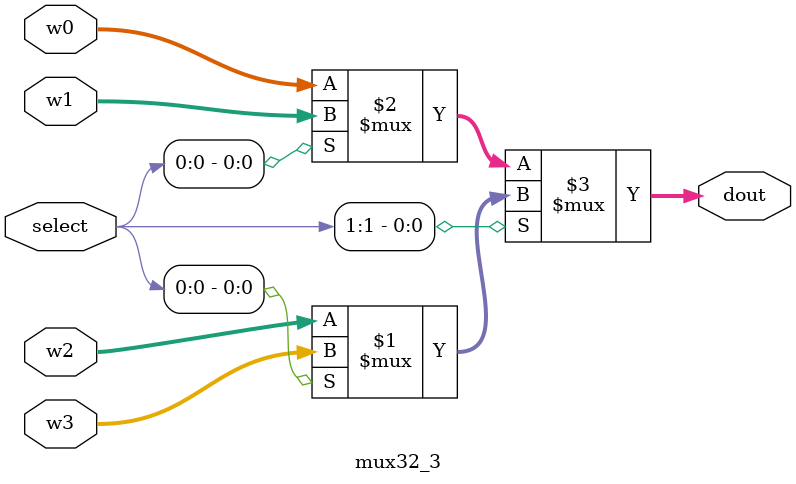
<source format=v>
module mux32_3 (
    input  [ 1:0] select,
    input  [31:0] w0,
    input  [31:0] w1,
    input  [31:0] w2,
    input  [31:0] w3,
    output [31:0] dout
);

  assign dout = select[1] ? (select[0] ? w3 : w2) : (select[0] ? w1 : w0);

endmodule

</source>
